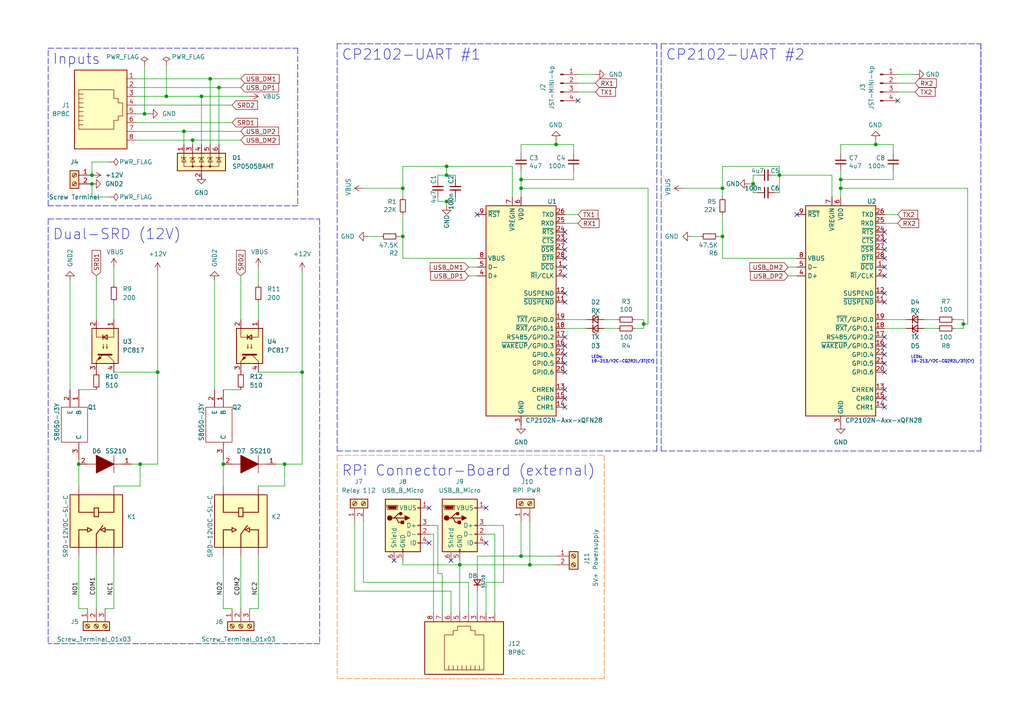
<source format=kicad_sch>
(kicad_sch (version 20211123) (generator eeschema)
  (paper "A4")
  (title_block (title "Venus-OS - RPi Breakout Board - Dual UART + Dual SRD") (date "2022-09-30") (rev "0.1") (company "rocksandclouds.de"))
  (lib_symbols
    (symbol "Connector:8P8C" (pin_names (offset 1.016))
      (property "Reference" "J" (at -5.08 13.97 0))
      (property "Value" "8P8C" (at 2.54 13.97 0))
      (symbol "8P8C_1_1"
        (pin passive line (at 10.16 -7.62 180) (length 2.54) (name "~") (number "1"))
        (pin passive line (at 10.16 -5.08 180) (length 2.54) (name "~") (number "2"))
        (pin passive line (at 10.16 -2.54 180) (length 2.54) (name "~") (number "3"))
        (pin passive line (at 10.16 0 180) (length 2.54) (name "~") (number "4"))
        (pin passive line (at 10.16 2.54 180) (length 2.54) (name "~") (number "5"))
        (pin passive line (at 10.16 5.08 180) (length 2.54) (name "~") (number "6"))
        (pin passive line (at 10.16 7.62 180) (length 2.54) (name "~") (number "7"))
        (pin passive line (at 10.16 10.16 180) (length 2.54) (name "~") (number "8"))
      )
    )
    (symbol "Connector:Conn_01x04_Male" (pin_names (offset 1.016) hide)
      (property "Reference" "J" (at 0 5.08 0))
      (property "Value" "Conn_01x04_Male" (at 0 -7.62 0))
      (symbol "Conn_01x04_Male_1_1"
        (pin passive line (at 5.08 2.54 180) (length 3.81) (name "Pin_1") (number "1"))
        (pin passive line (at 5.08 0 180) (length 3.81) (name "Pin_2") (number "2"))
        (pin passive line (at 5.08 -2.54 180) (length 3.81) (name "Pin_3") (number "3"))
        (pin passive line (at 5.08 -5.08 180) (length 3.81) (name "Pin_4") (number "4"))
      )
    )
    (symbol "Connector:Screw_Terminal_01x02" (pin_names (offset 1.016) hide)
      (property "Reference" "J" (at 0 2.54 0))
      (property "Value" "Screw_Terminal_01x02" (at 0 -5.08 0))
      (symbol "Screw_Terminal_01x02_1_1"
        (pin passive line (at -5.08 0 0) (length 3.81) (name "Pin_1") (number "1"))
        (pin passive line (at -5.08 -2.54 0) (length 3.81) (name "Pin_2") (number "2"))
      )
    )
    (symbol "Connector:Screw_Terminal_01x03" (pin_names (offset 1.016) hide)
      (property "Reference" "J" (at 0 5.08 0))
      (property "Value" "Screw_Terminal_01x03" (at 0 -5.08 0))
      (symbol "Screw_Terminal_01x03_1_1"
        (pin passive line (at -5.08 2.54 0) (length 3.81) (name "Pin_1") (number "1"))
        (pin passive line (at -5.08 0 0) (length 3.81) (name "Pin_2") (number "2"))
        (pin passive line (at -5.08 -2.54 0) (length 3.81) (name "Pin_3") (number "3"))
      )
    )
    (symbol "Connector:USB_B_Micro" (pin_names (offset 1.016))
      (property "Reference" "J" (at -5.08 11.43 0))
      (property "Value" "USB_B_Micro" (at -5.08 8.89 0))
      (symbol "USB_B_Micro_1_1"
        (pin power_out line (at 7.62 5.08 180) (length 2.54) (name "VBUS") (number "1"))
        (pin bidirectional line (at 7.62 -2.54 180) (length 2.54) (name "D-") (number "2"))
        (pin bidirectional line (at 7.62 0 180) (length 2.54) (name "D+") (number "3"))
        (pin passive line (at 7.62 -5.08 180) (length 2.54) (name "ID") (number "4"))
        (pin power_out line (at 0 -10.16 90) (length 2.54) (name "GND") (number "5"))
        (pin passive line (at -2.54 -10.16 90) (length 2.54) (name "Shield") (number "6"))
      )
    )
    (symbol "Device:D_Small" (pin_numbers hide) (pin_names (offset 0.254) hide)
      (property "Reference" "D" (at -1.27 2.032 0))
      (property "Value" "D_Small" (at -3.81 -2.032 0))
      (symbol "D_Small_1_1"
        (pin passive line (at -2.54 0 0) (length 1.778) (name "K") (number "1"))
        (pin passive line (at 2.54 0 180) (length 1.778) (name "A") (number "2"))
      )
    )
    (symbol "Device:LED_Small" (pin_numbers hide) (pin_names (offset 0.254) hide)
      (property "Reference" "D" (at -1.27 3.175 0))
      (property "Value" "LED_Small" (at -4.445 -2.54 0))
      (symbol "LED_Small_1_1"
        (pin passive line (at -2.54 0 0) (length 1.778) (name "K") (number "1"))
        (pin passive line (at 2.54 0 180) (length 1.778) (name "A") (number "2"))
      )
    )
    (symbol "Interface_USB:CP2102N-Axx-xQFN28"
      (property "Reference" "U" (at -8.89 31.75 0))
      (property "Value" "CP2102N-Axx-xQFN28" (at 12.7 31.75 0))
      (symbol "CP2102N-Axx-xQFN28_1_1"
        (pin input line (at 12.7 12.7 180) (length 2.54) (name "~{DCD}") (number "1"))
        (pin no_connect line (at -10.16 -27.94 0) (length 2.54) hide (name "NC") (number "10"))
        (pin output line (at 12.7 2.54 180) (length 2.54) (name "~{SUSPEND}") (number "11"))
        (pin output line (at 12.7 5.08 180) (length 2.54) (name "SUSPEND") (number "12"))
        (pin output line (at 12.7 -22.86 180) (length 2.54) (name "CHREN") (number "13"))
        (pin output line (at 12.7 -27.94 180) (length 2.54) (name "CHR1") (number "14"))
        (pin output line (at 12.7 -25.4 180) (length 2.54) (name "CHR0") (number "15"))
        (pin bidirectional line (at 12.7 -10.16 180) (length 2.54) (name "~{WAKEUP}/GPIO.3") (number "16"))
        (pin bidirectional line (at 12.7 -7.62 180) (length 2.54) (name "RS485/GPIO.2") (number "17"))
        (pin bidirectional line (at 12.7 -5.08 180) (length 2.54) (name "~{RXT}/GPIO.1") (number "18"))
        (pin bidirectional line (at 12.7 -2.54 180) (length 2.54) (name "~{TXT}/GPIO.0") (number "19"))
        (pin bidirectional line (at 12.7 10.16 180) (length 2.54) (name "~{RI}/CLK") (number "2"))
        (pin bidirectional line (at 12.7 -17.78 180) (length 2.54) (name "GPIO.6") (number "20"))
        (pin bidirectional line (at 12.7 -15.24 180) (length 2.54) (name "GPIO.5") (number "21"))
        (pin bidirectional line (at 12.7 -12.7 180) (length 2.54) (name "GPIO.4") (number "22"))
        (pin input line (at 12.7 20.32 180) (length 2.54) (name "~{CTS}") (number "23"))
        (pin output line (at 12.7 22.86 180) (length 2.54) (name "~{RTS}") (number "24"))
        (pin input line (at 12.7 25.4 180) (length 2.54) (name "RXD") (number "25"))
        (pin output line (at 12.7 27.94 180) (length 2.54) (name "TXD") (number "26"))
        (pin input line (at 12.7 17.78 180) (length 2.54) (name "~{DSR}") (number "27"))
        (pin output line (at 12.7 15.24 180) (length 2.54) (name "~{DTR}") (number "28"))
        (pin passive line (at 0 -33.02 90) (length 2.54) hide (name "GND") (number "29"))
        (pin power_in line (at 0 -33.02 90) (length 2.54) (name "GND") (number "3"))
        (pin bidirectional line (at -12.7 10.16 0) (length 2.54) (name "D+") (number "4"))
        (pin bidirectional line (at -12.7 12.7 0) (length 2.54) (name "D-") (number "5"))
        (pin power_in line (at 0 33.02 270) (length 2.54) (name "VDD") (number "6"))
        (pin power_in line (at -2.54 33.02 270) (length 2.54) (name "VREGIN") (number "7"))
        (pin input line (at -12.7 15.24 0) (length 2.54) (name "VBUS") (number "8"))
        (pin input line (at -12.7 27.94 0) (length 2.54) (name "~{RST}") (number "9"))
      )
    )
    (symbol "Isolator:PC817" (pin_names (offset 1.016))
      (property "Reference" "U" (at -5.08 5.08 0))
      (property "Value" "PC817" (at 0 5.08 0))
      (symbol "PC817_1_1"
        (pin passive line (at -7.62 2.54 0) (length 2.54) (name "~") (number "1"))
        (pin passive line (at -7.62 -2.54 0) (length 2.54) (name "~") (number "2"))
        (pin passive line (at 7.62 -2.54 180) (length 2.54) (name "~") (number "3"))
        (pin passive line (at 7.62 2.54 180) (length 2.54) (name "~") (number "4"))
      )
    )
    (symbol "Power_Protection:SP0505BAHT" (pin_names hide)
      (property "Reference" "D" (at 7.62 2.54 0))
      (property "Value" "SP0505BAHT" (at 7.62 0.635 0))
      (symbol "SP0505BAHT_0_0"
        (pin passive line (at 0 -5.08 90) (length 2.54) (name "A") (number "2"))
      )
      (symbol "SP0505BAHT_1_1"
        (pin passive line (at -5.08 5.08 270) (length 2.54) (name "K") (number "1"))
        (pin passive line (at -2.54 5.08 270) (length 2.54) (name "K") (number "3"))
        (pin passive line (at 0 5.08 270) (length 2.54) (name "K") (number "4"))
        (pin passive line (at 2.54 5.08 270) (length 2.54) (name "K") (number "5"))
        (pin passive line (at 5.08 5.08 270) (length 2.54) (name "K") (number "6"))
      )
    )
    (symbol "SRD-12VDC-SL-C:SRD-12VDC-SL-C" (pin_numbers hide) (pin_names (offset 1.016) hide)
      (property "Reference" "K" (at -7.62 8.89 0))
      (property "Value" "SRD-12VDC-SL-C" (at -7.62 -10.16 0))
      (symbol "SRD-12VDC-SL-C_0_0"
        (pin passive line (at -10.16 5.08 0) (length 5.08) (name "~") (number "COIL1"))
        (pin passive line (at -10.16 -5.08 0) (length 5.08) (name "~") (number "COIL2"))
        (pin passive line (at 10.16 0 180) (length 5.08) (name "~") (number "COM"))
        (pin passive line (at 10.16 5.08 180) (length 5.08) (name "~") (number "NC"))
        (pin passive line (at 10.16 -5.08 180) (length 5.08) (name "~") (number "NO"))
      )
    )
    (symbol "SamacSys_Parts:S8050-J3Y" (pin_names (offset 0.762))
      (property "Reference" "Q" (at 16.51 7.62 0))
      (property "Value" "S8050-J3Y" (at 16.51 5.08 0))
      (symbol "S8050-J3Y_0_0"
        (pin passive line (at 0 0 0) (length 5.08) (name "B") (number "1"))
        (pin passive line (at 0 -2.54 0) (length 5.08) (name "E") (number "2"))
        (pin passive line (at 20.32 0 180) (length 5.08) (name "C") (number "3"))
      )
    )
    (symbol "SamacSys_Parts:SS210" (pin_names (offset 0.762))
      (property "Reference" "D" (at 11.43 5.08 0))
      (property "Value" "SS210" (at 11.43 2.54 0))
      (symbol "SS210_0_0"
        (pin passive line (at 0 0 0) (length 2.54) (name "~") (number "1"))
        (pin passive line (at 15.24 0 180) (length 2.54) (name "~") (number "2"))
      )
    )
    (symbol "jlcpcb-basic-capacitor-0402:100nF,16V,X7R "
      (property "Reference" "C" (at 1.71 0.508 0))
      (property "Value" "100nF,16V,X7R " (at 1.71 -1.016 0))
      (symbol "100nF,16V,X7R _0_0"
        (pin passive line (at 0 2.54 270) (length 2.032) (name "~") (number "1"))
        (pin passive line (at 0 -2.54 90) (length 2.032) (name "~") (number "2"))
      )
    )
    (symbol "jlcpcb-basic-capacitor-0402:4.7uF,10V,X5R "
      (property "Reference" "C" (at 1.71 0.508 0))
      (property "Value" "4.7uF,10V,X5R " (at 1.71 -1.016 0))
      (symbol "4.7uF,10V,X5R _0_0"
        (pin passive line (at 0 2.54 270) (length 2.032) (name "~") (number "1"))
        (pin passive line (at 0 -2.54 90) (length 2.032) (name "~") (number "2"))
      )
    )
    (symbol "jlcpcb-basic-resistor-0402:100"
      (property "Reference" "R" (at 0.762 0.508 0))
      (property "Value" "100" (at 0.762 -1.016 0))
      (symbol "100_0_0"
        (pin passive line (at 0 2.54 270) (length 0.762) (name "~") (number "1"))
        (pin passive line (at 0 -2.54 90) (length 0.762) (name "~") (number "2"))
      )
    )
    (symbol "jlcpcb-basic-resistor-0402:200"
      (property "Reference" "R" (at 0.762 0.508 0))
      (property "Value" "200" (at 0.762 -1.016 0))
      (symbol "200_0_0"
        (pin passive line (at 0 2.54 270) (length 0.762) (name "~") (number "1"))
        (pin passive line (at 0 -2.54 90) (length 0.762) (name "~") (number "2"))
      )
    )
    (symbol "jlcpcb-basic-resistor-0402:22k"
      (property "Reference" "R" (at 0.762 0.508 0))
      (property "Value" "22k" (at 0.762 -1.016 0))
      (symbol "22k_0_0"
        (pin passive line (at 0 2.54 270) (length 0.762) (name "~") (number "1"))
        (pin passive line (at 0 -2.54 90) (length 0.762) (name "~") (number "2"))
      )
    )
    (symbol "jlcpcb-basic-resistor-0402:47k"
      (property "Reference" "R" (at 0.762 0.508 0))
      (property "Value" "47k" (at 0.762 -1.016 0))
      (symbol "47k_0_0"
        (pin passive line (at 0 2.54 270) (length 0.762) (name "~") (number "1"))
        (pin passive line (at 0 -2.54 90) (length 0.762) (name "~") (number "2"))
      )
    )
    (symbol "jlcpcb-basic-resistor-0402:510"
      (property "Reference" "R" (at 0.762 0.508 0))
      (property "Value" "510" (at 0.762 -1.016 0))
      (symbol "510_0_0"
        (pin passive line (at 0 2.54 270) (length 0.762) (name "~") (number "1"))
        (pin passive line (at 0 -2.54 90) (length 0.762) (name "~") (number "2"))
      )
    )
    (symbol "power:+12V" (power) (pin_names (offset 0))
      (property "Value" "+12V" (at 0 3.556 0))
      (symbol "+12V_1_1"
        (pin power_in line (at 0 0 90) (length 0) hide (name "+12V") (number "1"))
      )
    )
    (symbol "power:GND" (power) (pin_names (offset 0))
      (property "Value" "GND" (at 0 -3.81 0))
      (symbol "GND_1_1"
        (pin power_in line (at 0 0 270) (length 0) hide (name "GND") (number "1"))
      )
    )
    (symbol "power:GND2" (power) (pin_names (offset 0))
      (property "Value" "GND2" (at 0 -3.81 0))
      (symbol "GND2_1_1"
        (pin power_in line (at 0 0 270) (length 0) hide (name "GND2") (number "1"))
      )
    )
    (symbol "power:PWR_FLAG" (power) (pin_numbers hide) (pin_names (offset 0) hide)
      (property "Value" "PWR_FLAG" (at 0 3.81 0))
      (symbol "PWR_FLAG_0_0"
        (pin power_out line (at 0 0 90) (length 0) (name "pwr") (number "1"))
      )
    )
    (symbol "power:VBUS" (power) (pin_names (offset 0))
      (property "Value" "VBUS" (at 0 3.81 0))
      (symbol "VBUS_1_1"
        (pin power_in line (at 0 0 90) (length 0) hide (name "VBUS") (number "1"))
      )
    )
  )
  (junction (at 82.55 134.62))
  (junction (at 129.54 58.42))
  (junction (at 63.5 25.4))
  (junction (at 41.91 33.02))
  (junction (at 133.35 163.83))
  (junction (at 60.96 22.86))
  (junction (at 26.67 53.34))
  (junction (at 226.06 50.8))
  (junction (at 116.84 54.61))
  (junction (at 58.42 27.94))
  (junction (at 87.63 107.95))
  (junction (at 40.64 134.62))
  (junction (at 45.72 107.95))
  (junction (at 55.88 40.64))
  (junction (at 243.84 54.61))
  (junction (at 64.77 134.62))
  (junction (at 151.13 52.07))
  (junction (at 129.54 48.26))
  (junction (at 153.67 163.83))
  (junction (at 151.13 54.61))
  (junction (at 116.84 68.58))
  (junction (at 186.69 93.98))
  (junction (at 22.86 134.62))
  (junction (at 279.4 93.98))
  (junction (at 161.29 41.91))
  (junction (at 243.84 52.07))
  (junction (at 209.55 54.61))
  (junction (at 129.54 50.8))
  (junction (at 218.44 53.34))
  (junction (at 254 41.91))
  (junction (at 151.13 161.29))
  (junction (at 26.67 50.8))
  (junction (at 209.55 68.58))
  (junction (at 48.26 27.94))
  (junction (at 53.34 38.1))
  (no_connect (at 256.54 87.63))
  (no_connect (at 130.81 162.56))
  (no_connect (at 256.54 80.01))
  (no_connect (at 256.54 113.03))
  (no_connect (at 256.54 74.93))
  (no_connect (at 231.14 62.23))
  (no_connect (at 256.54 69.85))
  (no_connect (at 256.54 100.33))
  (no_connect (at 256.54 72.39))
  (no_connect (at 163.83 102.87))
  (no_connect (at 163.83 113.03))
  (no_connect (at 163.83 100.33))
  (no_connect (at 163.83 105.41))
  (no_connect (at 163.83 107.95))
  (no_connect (at 163.83 115.57))
  (no_connect (at 163.83 118.11))
  (no_connect (at 163.83 97.79))
  (no_connect (at 163.83 85.09))
  (no_connect (at 163.83 72.39))
  (no_connect (at 163.83 77.47))
  (no_connect (at 163.83 74.93))
  (no_connect (at 163.83 87.63))
  (no_connect (at 163.83 67.31))
  (no_connect (at 163.83 69.85))
  (no_connect (at 163.83 80.01))
  (no_connect (at 256.54 118.11))
  (no_connect (at 256.54 102.87))
  (no_connect (at 256.54 115.57))
  (no_connect (at 256.54 85.09))
  (no_connect (at 114.3 162.56))
  (no_connect (at 167.64 29.21))
  (no_connect (at 260.35 29.21))
  (no_connect (at 256.54 105.41))
  (no_connect (at 124.46 147.32))
  (no_connect (at 256.54 67.31))
  (no_connect (at 256.54 77.47))
  (no_connect (at 138.43 62.23))
  (no_connect (at 256.54 107.95))
  (no_connect (at 124.46 157.48))
  (no_connect (at 140.97 157.48))
  (no_connect (at 140.97 147.32))
  (no_connect (at 256.54 97.79))
  (wire (pts (xy 39.37 30.48) (xy 67.31 30.48)))
  (wire (pts (xy 116.84 48.26) (xy 129.54 48.26)))
  (wire (pts (xy 41.91 19.05) (xy 41.91 33.02)))
  (wire (pts (xy 26.67 57.15) (xy 26.67 53.34)))
  (wire (pts (xy 187.96 54.61) (xy 187.96 93.98)))
  (wire (pts (xy 74.93 87.63) (xy 74.93 92.71)))
  (wire (pts (xy 58.42 52.07) (xy 58.42 50.8)))
  (wire (pts (xy 22.86 161.29) (xy 22.86 176.53)))
  (wire (pts (xy 260.35 64.77) (xy 256.54 64.77)))
  (wire (pts (xy 243.84 52.07) (xy 243.84 54.61)))
  (wire (pts (xy 224.79 55.88) (xy 226.06 55.88)))
  (wire (pts (xy 67.31 176.53) (xy 64.77 176.53)))
  (wire (pts (xy 40.64 134.62) (xy 40.64 140.97)))
  (wire (pts (xy 172.72 21.59) (xy 167.64 21.59)))
  (wire (pts (xy 175.26 95.25) (xy 179.07 95.25)))
  (wire (pts (xy 33.02 77.47) (xy 33.02 82.55)))
  (wire (pts (xy 146.05 168.91) (xy 146.05 152.4)))
  (wire (pts (xy 259.08 49.53) (xy 259.08 52.07)))
  (wire (pts (xy 218.44 50.8) (xy 219.71 50.8)))
  (wire (pts (xy 267.97 95.25) (xy 271.78 95.25)))
  (wire (pts (xy 72.39 176.53) (xy 74.93 176.53)))
  (wire (pts (xy 124.46 152.4) (xy 127 152.4)))
  (wire (pts (xy 163.83 92.71) (xy 170.18 92.71)))
  (wire (pts (xy 74.93 107.95) (xy 87.63 107.95)))
  (wire (pts (xy 279.4 93.98) (xy 279.4 95.25)))
  (wire (pts (xy 30.48 176.53) (xy 33.02 176.53)))
  (wire (pts (xy 82.55 134.62) (xy 87.63 134.62)))
  (wire (pts (xy 151.13 41.91) (xy 151.13 44.45)))
  (wire (pts (xy 151.13 52.07) (xy 151.13 54.61)))
  (wire (pts (xy 132.08 50.8) (xy 129.54 50.8)))
  (wire (pts (xy 116.84 54.61) (xy 116.84 57.15)))
  (wire (pts (xy 226.06 48.26) (xy 226.06 50.8)))
  (wire (pts (xy 138.43 177.8) (xy 138.43 171.45)))
  (wire (pts (xy 63.5 25.4) (xy 69.85 25.4)))
  (wire (pts (xy 39.37 33.02) (xy 41.91 33.02)))
  (wire (pts (xy 138.43 77.47) (xy 135.89 77.47)))
  (polyline (pts (xy 175.26 132.08) (xy 175.26 196.85)) (stroke (width 0) (color 255 115 0 1)))
  (wire (pts (xy 259.08 52.07) (xy 243.84 52.07)))
  (wire (pts (xy 132.08 52.07) (xy 132.08 50.8)))
  (wire (pts (xy 151.13 52.07) (xy 151.13 49.53)))
  (wire (pts (xy 132.08 57.15) (xy 132.08 58.42)))
  (wire (pts (xy 151.13 161.29) (xy 151.13 151.13)))
  (wire (pts (xy 153.67 151.13) (xy 153.67 163.83)))
  (wire (pts (xy 167.64 64.77) (xy 163.83 64.77)))
  (polyline (pts (xy 13.97 59.69) (xy 13.97 13.97)))
  (wire (pts (xy 64.77 133.35) (xy 64.77 134.62)))
  (wire (pts (xy 151.13 54.61) (xy 151.13 57.15)))
  (wire (pts (xy 186.69 93.98) (xy 186.69 92.71)))
  (wire (pts (xy 167.64 24.13) (xy 172.72 24.13)))
  (wire (pts (xy 161.29 40.64) (xy 161.29 41.91)))
  (wire (pts (xy 146.05 152.4) (xy 140.97 152.4)))
  (wire (pts (xy 39.37 38.1) (xy 53.34 38.1)))
  (wire (pts (xy 116.84 48.26) (xy 116.84 54.61)))
  (wire (pts (xy 161.29 161.29) (xy 151.13 161.29)))
  (wire (pts (xy 39.37 25.4) (xy 63.5 25.4)))
  (wire (pts (xy 69.85 92.71) (xy 69.85 80.01)))
  (wire (pts (xy 256.54 95.25) (xy 262.89 95.25)))
  (wire (pts (xy 129.54 58.42) (xy 127 58.42)))
  (wire (pts (xy 163.83 95.25) (xy 170.18 95.25)))
  (wire (pts (xy 40.64 140.97) (xy 33.02 140.97)))
  (wire (pts (xy 138.43 161.29) (xy 151.13 161.29)))
  (wire (pts (xy 48.26 19.05) (xy 48.26 27.94)))
  (wire (pts (xy 280.67 93.98) (xy 279.4 93.98)))
  (polyline (pts (xy 97.79 132.08) (xy 175.26 132.08)) (stroke (width 0) (color 255 115 0 1)))
  (wire (pts (xy 153.67 163.83) (xy 161.29 163.83)))
  (wire (pts (xy 115.57 68.58) (xy 116.84 68.58)))
  (wire (pts (xy 280.67 54.61) (xy 280.67 93.98)))
  (wire (pts (xy 166.37 49.53) (xy 166.37 52.07)))
  (wire (pts (xy 209.55 48.26) (xy 209.55 54.61)))
  (wire (pts (xy 128.27 166.37) (xy 128.27 177.8)))
  (wire (pts (xy 259.08 44.45) (xy 259.08 41.91)))
  (wire (pts (xy 116.84 74.93) (xy 138.43 74.93)))
  (polyline (pts (xy 97.79 132.08) (xy 97.79 196.85)) (stroke (width 0) (color 255 115 0 1)))
  (wire (pts (xy 125.73 154.94) (xy 125.73 177.8)))
  (polyline (pts (xy 92.71 186.69) (xy 13.97 186.69)))
  (wire (pts (xy 55.88 40.64) (xy 55.88 41.91)))
  (polyline (pts (xy 97.79 130.81) (xy 190.5 130.81)))
  (wire (pts (xy 33.02 87.63) (xy 33.02 92.71)))
  (wire (pts (xy 143.51 177.8) (xy 143.51 154.94)))
  (wire (pts (xy 133.35 162.56) (xy 133.35 163.83)))
  (wire (pts (xy 161.29 41.91) (xy 151.13 41.91)))
  (wire (pts (xy 124.46 154.94) (xy 125.73 154.94)))
  (wire (pts (xy 39.37 22.86) (xy 60.96 22.86)))
  (wire (pts (xy 209.55 68.58) (xy 209.55 74.93)))
  (wire (pts (xy 135.89 168.91) (xy 105.41 168.91)))
  (polyline (pts (xy 191.77 12.7) (xy 284.48 12.7)))
  (polyline (pts (xy 284.48 130.81) (xy 284.48 12.7)))
  (wire (pts (xy 39.37 35.56) (xy 67.31 35.56)))
  (wire (pts (xy 60.96 22.86) (xy 60.96 41.91)))
  (wire (pts (xy 129.54 48.26) (xy 129.54 50.8)))
  (wire (pts (xy 22.86 134.62) (xy 22.86 140.97)))
  (wire (pts (xy 82.55 140.97) (xy 74.93 140.97)))
  (wire (pts (xy 102.87 171.45) (xy 102.87 151.13)))
  (wire (pts (xy 198.12 54.61) (xy 209.55 54.61)))
  (wire (pts (xy 25.4 176.53) (xy 22.86 176.53)))
  (wire (pts (xy 27.94 92.71) (xy 27.94 80.01)))
  (wire (pts (xy 48.26 27.94) (xy 58.42 27.94)))
  (polyline (pts (xy 13.97 63.5) (xy 92.71 63.5)))
  (wire (pts (xy 53.34 38.1) (xy 53.34 41.91)))
  (polyline (pts (xy 86.36 59.69) (xy 13.97 59.69)))
  (wire (pts (xy 133.35 163.83) (xy 153.67 163.83)))
  (wire (pts (xy 148.59 48.26) (xy 148.59 57.15)))
  (wire (pts (xy 200.66 68.58) (xy 203.2 68.58)))
  (wire (pts (xy 33.02 176.53) (xy 33.02 161.29)))
  (polyline (pts (xy 92.71 63.5) (xy 92.71 186.69)))
  (wire (pts (xy 219.71 55.88) (xy 218.44 55.88)))
  (wire (pts (xy 184.15 92.71) (xy 186.69 92.71)))
  (wire (pts (xy 186.69 93.98) (xy 186.69 95.25)))
  (wire (pts (xy 151.13 54.61) (xy 187.96 54.61)))
  (wire (pts (xy 69.85 161.29) (xy 69.85 176.53)))
  (wire (pts (xy 184.15 95.25) (xy 186.69 95.25)))
  (wire (pts (xy 260.35 21.59) (xy 265.43 21.59)))
  (wire (pts (xy 38.1 134.62) (xy 40.64 134.62)))
  (wire (pts (xy 62.23 81.28) (xy 62.23 113.03)))
  (wire (pts (xy 166.37 52.07) (xy 151.13 52.07)))
  (wire (pts (xy 279.4 93.98) (xy 279.4 92.71)))
  (polyline (pts (xy 13.97 13.97) (xy 86.36 13.97)))
  (wire (pts (xy 226.06 50.8) (xy 241.3 50.8)))
  (wire (pts (xy 209.55 62.23) (xy 209.55 68.58)))
  (wire (pts (xy 74.93 77.47) (xy 74.93 82.55)))
  (wire (pts (xy 276.86 95.25) (xy 279.4 95.25)))
  (wire (pts (xy 209.55 48.26) (xy 226.06 48.26)))
  (polyline (pts (xy 190.5 130.81) (xy 190.5 12.7)))
  (wire (pts (xy 116.84 68.58) (xy 116.84 74.93)))
  (wire (pts (xy 135.89 80.01) (xy 138.43 80.01)))
  (wire (pts (xy 228.6 80.01) (xy 231.14 80.01)))
  (wire (pts (xy 20.32 81.28) (xy 20.32 113.03)))
  (wire (pts (xy 64.77 161.29) (xy 64.77 176.53)))
  (polyline (pts (xy 97.79 12.7) (xy 97.79 130.81)))
  (wire (pts (xy 276.86 92.71) (xy 279.4 92.71)))
  (wire (pts (xy 260.35 26.67) (xy 265.43 26.67)))
  (wire (pts (xy 116.84 163.83) (xy 133.35 163.83)))
  (wire (pts (xy 64.77 134.62) (xy 64.77 140.97)))
  (wire (pts (xy 133.35 163.83) (xy 133.35 177.8)))
  (wire (pts (xy 27.94 161.29) (xy 27.94 176.53)))
  (wire (pts (xy 106.68 68.58) (xy 110.49 68.58)))
  (wire (pts (xy 31.75 57.15) (xy 26.67 57.15)))
  (wire (pts (xy 132.08 58.42) (xy 129.54 58.42)))
  (wire (pts (xy 218.44 53.34) (xy 218.44 50.8)))
  (wire (pts (xy 116.84 62.23) (xy 116.84 68.58)))
  (wire (pts (xy 80.01 134.62) (xy 82.55 134.62)))
  (wire (pts (xy 243.84 52.07) (xy 243.84 49.53)))
  (wire (pts (xy 26.67 46.99) (xy 26.67 50.8)))
  (wire (pts (xy 140.97 177.8) (xy 140.97 168.91)))
  (wire (pts (xy 254 40.64) (xy 254 41.91)))
  (wire (pts (xy 82.55 134.62) (xy 82.55 140.97)))
  (wire (pts (xy 209.55 54.61) (xy 209.55 57.15)))
  (wire (pts (xy 226.06 55.88) (xy 226.06 50.8)))
  (wire (pts (xy 127 58.42) (xy 127 57.15)))
  (wire (pts (xy 260.35 24.13) (xy 265.43 24.13)))
  (wire (pts (xy 58.42 27.94) (xy 58.42 41.91)))
  (wire (pts (xy 256.54 92.71) (xy 262.89 92.71)))
  (wire (pts (xy 167.64 26.67) (xy 172.72 26.67)))
  (polyline (pts (xy 13.97 63.5) (xy 13.97 186.69)))
  (wire (pts (xy 41.91 33.02) (xy 43.18 33.02)))
  (wire (pts (xy 127 52.07) (xy 127 50.8)))
  (wire (pts (xy 241.3 50.8) (xy 241.3 57.15)))
  (wire (pts (xy 175.26 92.71) (xy 179.07 92.71)))
  (polyline (pts (xy 284.48 12.7) (xy 284.48 40.64)))
  (wire (pts (xy 105.41 168.91) (xy 105.41 151.13)))
  (wire (pts (xy 166.37 44.45) (xy 166.37 41.91)))
  (wire (pts (xy 217.17 53.34) (xy 218.44 53.34)))
  (wire (pts (xy 140.97 168.91) (xy 146.05 168.91)))
  (wire (pts (xy 58.42 27.94) (xy 72.39 27.94)))
  (polyline (pts (xy 86.36 13.97) (xy 86.36 59.69)))
  (wire (pts (xy 45.72 107.95) (xy 45.72 134.62)))
  (wire (pts (xy 209.55 74.93) (xy 231.14 74.93)))
  (wire (pts (xy 224.79 50.8) (xy 226.06 50.8)))
  (wire (pts (xy 127 166.37) (xy 127 152.4)))
  (wire (pts (xy 129.54 50.8) (xy 127 50.8)))
  (wire (pts (xy 74.93 176.53) (xy 74.93 161.29)))
  (wire (pts (xy 63.5 25.4) (xy 63.5 41.91)))
  (wire (pts (xy 33.02 107.95) (xy 45.72 107.95)))
  (wire (pts (xy 39.37 27.94) (xy 48.26 27.94)))
  (wire (pts (xy 128.27 166.37) (xy 127 166.37)))
  (wire (pts (xy 55.88 40.64) (xy 69.85 40.64)))
  (wire (pts (xy 166.37 41.91) (xy 161.29 41.91)))
  (wire (pts (xy 22.86 113.03) (xy 27.94 113.03)))
  (wire (pts (xy 260.35 62.23) (xy 256.54 62.23)))
  (wire (pts (xy 87.63 107.95) (xy 87.63 134.62)))
  (polyline (pts (xy 175.26 196.85) (xy 97.79 196.85)) (stroke (width 0) (color 255 115 0 1)))
  (wire (pts (xy 254 41.91) (xy 243.84 41.91)))
  (wire (pts (xy 87.63 78.74) (xy 87.63 107.95)))
  (wire (pts (xy 187.96 93.98) (xy 186.69 93.98)))
  (polyline (pts (xy 190.5 12.7) (xy 97.79 12.7)))
  (wire (pts (xy 60.96 22.86) (xy 69.85 22.86)))
  (wire (pts (xy 31.75 46.99) (xy 26.67 46.99)))
  (wire (pts (xy 208.28 68.58) (xy 209.55 68.58)))
  (wire (pts (xy 143.51 154.94) (xy 140.97 154.94)))
  (wire (pts (xy 53.34 38.1) (xy 69.85 38.1)))
  (wire (pts (xy 243.84 54.61) (xy 280.67 54.61)))
  (wire (pts (xy 116.84 162.56) (xy 116.84 163.83)))
  (wire (pts (xy 45.72 78.74) (xy 45.72 107.95)))
  (wire (pts (xy 259.08 41.91) (xy 254 41.91)))
  (wire (pts (xy 22.86 133.35) (xy 22.86 134.62)))
  (wire (pts (xy 267.97 92.71) (xy 271.78 92.71)))
  (wire (pts (xy 64.77 113.03) (xy 69.85 113.03)))
  (wire (pts (xy 138.43 166.37) (xy 138.43 161.29)))
  (wire (pts (xy 102.87 171.45) (xy 130.81 171.45)))
  (wire (pts (xy 105.41 54.61) (xy 116.84 54.61)))
  (wire (pts (xy 243.84 41.91) (xy 243.84 44.45)))
  (wire (pts (xy 167.64 62.23) (xy 163.83 62.23)))
  (polyline (pts (xy 191.77 12.7) (xy 191.77 130.81)))
  (wire (pts (xy 231.14 77.47) (xy 228.6 77.47)))
  (wire (pts (xy 39.37 40.64) (xy 55.88 40.64)))
  (wire (pts (xy 129.54 48.26) (xy 148.59 48.26)))
  (wire (pts (xy 135.89 168.91) (xy 135.89 177.8)))
  (wire (pts (xy 40.64 134.62) (xy 45.72 134.62)))
  (polyline (pts (xy 191.77 130.81) (xy 284.48 130.81)))
  (wire (pts (xy 130.81 171.45) (xy 130.81 177.8)))
  (wire (pts (xy 129.54 59.69) (xy 129.54 58.42)))
  (wire (pts (xy 243.84 54.61) (xy 243.84 57.15)))
  (wire (pts (xy 218.44 55.88) (xy 218.44 53.34)))
  (text "LEDs:\n19-213/Y2C-CQ2R2L/3T(CY)" (at 171.45 105.41 0) (effects (font (size 0.8 0.8)) (justify left bottom)))
  (text "CP2102-UART #1" (at 99.06 17.78 0) (effects (font (size 3 3)) (justify left bottom)))
  (text "RPi Connector-Board (external)" (at 99.06 138.43 0) (effects (font (size 3 3)) (justify left bottom)))
  (text "CP2102-UART #2" (at 193.04 17.78 0) (effects (font (size 3 3)) (justify left bottom)))
  (text "LEDs:\n19-213/Y2C-CQ2R2L/3T(CY)" (at 264.16 105.41 0) (effects (font (size 0.8 0.8)) (justify left bottom)))
  (text "Inputs" (at 15.24 19.05 0) (effects (font (size 3 3)) (justify left bottom)))
  (text "Dual-SRD (12V)" (at 15.24 69.85 0) (effects (font (size 3 3)) (justify left bottom)))
  (label "NO1" (at 22.86 172.72 90))
  (label "NC1" (at 33.02 172.72 90))
  (label "NC2" (at 74.93 172.72 90))
  (label "COM2" (at 69.85 172.72 90))
  (label "COM1" (at 27.94 172.72 90))
  (label "NO2" (at 64.77 172.72 90))
  (global_label "RX1" (shape input) (at 172.72 24.13 0) (property "Intersheet References" "${INTERSHEET_REFS}" (effects hide)))
  (global_label "TX2" (shape input) (at 265.43 26.67 0) (property "Intersheet References" "${INTERSHEET_REFS}" (effects hide)))
  (global_label "USB_DM1" (shape input) (at 135.89 77.47 180) (property "Intersheet References" "${INTERSHEET_REFS}" (effects hide)))
  (global_label "TX2" (shape input) (at 260.35 62.23 0) (property "Intersheet References" "${INTERSHEET_REFS}" (effects hide)))
  (global_label "RX2" (shape input) (at 260.35 64.77 0) (property "Intersheet References" "${INTERSHEET_REFS}" (effects hide)))
  (global_label "USB_DM1" (shape input) (at 69.85 22.86 0) (property "Intersheet References" "${INTERSHEET_REFS}" (effects hide)))
  (global_label "USB_DP1" (shape input) (at 69.85 25.4 0) (property "Intersheet References" "${INTERSHEET_REFS}" (effects hide)))
  (global_label "USB_DP2" (shape input) (at 69.85 38.1 0) (property "Intersheet References" "${INTERSHEET_REFS}" (effects hide)))
  (global_label "RX2" (shape input) (at 265.43 24.13 0) (property "Intersheet References" "${INTERSHEET_REFS}" (effects hide)))
  (global_label "USB_DM2" (shape input) (at 69.85 40.64 0) (property "Intersheet References" "${INTERSHEET_REFS}" (effects hide)))
  (global_label "SRD2" (shape input) (at 67.31 30.48 0) (property "Intersheet References" "${INTERSHEET_REFS}" (effects hide)))
  (global_label "USB_DP2" (shape input) (at 228.6 80.01 180) (property "Intersheet References" "${INTERSHEET_REFS}" (effects hide)))
  (global_label "TX1" (shape input) (at 167.64 62.23 0) (property "Intersheet References" "${INTERSHEET_REFS}" (effects hide)))
  (global_label "TX1" (shape input) (at 172.72 26.67 0) (property "Intersheet References" "${INTERSHEET_REFS}" (effects hide)))
  (global_label "SRD1" (shape input) (at 27.94 80.01 90) (property "Intersheet References" "${INTERSHEET_REFS}" (effects hide)))
  (global_label "RX1" (shape input) (at 167.64 64.77 0) (property "Intersheet References" "${INTERSHEET_REFS}" (effects hide)))
  (global_label "SRD2" (shape input) (at 69.85 80.01 90) (property "Intersheet References" "${INTERSHEET_REFS}" (effects hide)))
  (global_label "USB_DP1" (shape input) (at 135.89 80.01 180) (property "Intersheet References" "${INTERSHEET_REFS}" (effects hide)))
  (global_label "USB_DM2" (shape input) (at 228.6 77.47 180) (property "Intersheet References" "${INTERSHEET_REFS}" (effects hide)))
  (global_label "SRD1" (shape input) (at 67.31 35.56 0) (property "Intersheet References" "${INTERSHEET_REFS}" (effects hide)))
  (symbol (lib_id "power:VBUS") (at 105.41 54.61 90) (unit 1)
    (property "Reference" "#PWR03" (effects hide))
    (property "Value" "VBUS" (at 101.0158 54.229 0))
  )
  (symbol (lib_id "jlcpcb-basic-capacitor-0402:4.7uF,10V,X5R ") (at 127 54.61 0) (unit 1)
    (property "Reference" "C1" (at 125.73 52.07 90))
    (property "Value" "4u7" (at 125.73 57.15 90))
    (property "Footprint" "Capacitor_SMD:C_0402_1005Metric" (effects hide))
    (property "Datasheet" "https://datasheet.lcsc.com/lcsc/1810191211_Samsung-Electro-Mechanics-CL05A475MP5NRNC_C23733.pdf" (effects hide))
    (property "LCSC" "C23733" (effects hide))
    (property "MFG" "Samsung Electro-Mechanics" (effects hide))
    (property "MFGPN" "CL05A475MP5NRNC" (effects hide))
  )
  (symbol (lib_id "jlcpcb-basic-capacitor-0402:100nF,16V,X7R ") (at 132.08 54.61 0) (unit 1)
    (property "Reference" "C2" (at 130.81 52.07 90))
    (property "Value" "100n" (at 130.81 58.42 90))
    (property "Footprint" "Capacitor_SMD:C_0402_1005Metric" (effects hide))
    (property "Datasheet" "https://datasheet.lcsc.com/lcsc/1810191219_Samsung-Electro-Mechanics-CL05B104KO5NNNC_C1525.pdf" (effects hide))
    (property "LCSC" "C1525" (effects hide))
    (property "MFG" "Samsung Electro-Mechanics" (effects hide))
    (property "MFGPN" "CL05B104KO5NNNC" (effects hide))
  )
  (symbol (lib_id "power:GND") (at 129.54 59.69 0) (unit 1)
    (property "Reference" "#PWR04" (effects hide))
    (property "Value" "GND" (at 129.54 62.23 90) (effects (justify right)))
  )
  (symbol (lib_id "jlcpcb-basic-capacitor-0402:4.7uF,10V,X5R ") (at 151.13 46.99 0) (unit 1)
    (property "Reference" "C3" (at 153.4668 45.8216 0) (effects (justify left)))
    (property "Value" "4u7" (at 153.4668 48.133 0) (effects (justify left)))
    (property "Footprint" "Capacitor_SMD:C_0402_1005Metric" (effects hide))
    (property "Datasheet" "https://datasheet.lcsc.com/lcsc/1810191211_Samsung-Electro-Mechanics-CL05A475MP5NRNC_C23733.pdf" (effects hide))
    (property "LCSC" "C23733" (effects hide))
    (property "MFG" "Samsung Electro-Mechanics" (effects hide))
    (property "MFGPN" "CL05A475MP5NRNC" (effects hide))
  )
  (symbol (lib_id "jlcpcb-basic-capacitor-0402:100nF,16V,X7R ") (at 166.37 46.99 0) (mirror x) (unit 1)
    (property "Reference" "C4" (at 164.0332 45.8216 0) (effects (justify right)))
    (property "Value" "100n" (at 164.0332 48.133 0) (effects (justify right)))
    (property "Footprint" "Capacitor_SMD:C_0402_1005Metric" (effects hide))
    (property "Datasheet" "https://datasheet.lcsc.com/lcsc/1810191219_Samsung-Electro-Mechanics-CL05B104KO5NNNC_C1525.pdf" (effects hide))
    (property "LCSC" "C1525" (effects hide))
    (property "MFG" "Samsung Electro-Mechanics" (effects hide))
    (property "MFGPN" "CL05B104KO5NNNC" (effects hide))
  )
  (symbol (lib_id "power:GND") (at 161.29 40.64 180) (unit 1)
    (property "Reference" "#PWR06" (effects hide))
    (property "Value" "GND" (at 161.163 36.2458 0))
  )
  (symbol (lib_id "jlcpcb-basic-resistor-0402:47k") (at 113.03 68.58 270) (mirror x) (unit 1)
    (property "Reference" "R2" (at 115.57 73.4314 90) (effects (justify right)))
    (property "Value" "47.5K" (at 115.57 71.12 90) (effects (justify right)))
    (property "Footprint" "Resistor_SMD:R_0402_1005Metric" (effects hide))
    (property "Datasheet" "https://datasheet.lcsc.com/lcsc/2110260030_UNI-ROYAL-Uniroyal-Elec-0402WGF4702TCE_C25792.pdf" (effects hide))
    (property "LCSC" "C25792" (effects hide))
    (property "MFG" "UNI-ROYAL(Uniroyal Elec)" (effects hide))
    (property "MFGPN" "0402WGF4702TCE" (effects hide))
  )
  (symbol (lib_id "jlcpcb-basic-resistor-0402:22k") (at 116.84 59.69 0) (mirror x) (unit 1)
    (property "Reference" "R1" (at 115.0874 58.5216 0) (effects (justify right)))
    (property "Value" "22K" (at 115.0874 60.833 0) (effects (justify right)))
    (property "Footprint" "Resistor_SMD:R_0402_1005Metric" (effects hide))
    (property "Datasheet" "https://datasheet.lcsc.com/lcsc/2110260030_UNI-ROYAL-Uniroyal-Elec-0402WGF2202TCE_C25768.pdf" (effects hide))
    (property "LCSC" "C25768" (effects hide))
    (property "MFG" "UNI-ROYAL(Uniroyal Elec)" (effects hide))
    (property "MFGPN" "0402WGF2202TCE" (effects hide))
  )
  (symbol (lib_id "Device:LED_Small") (at 172.72 95.25 0) (mirror x) (unit 1)
    (property "Reference" "D3" (at 172.72 100.33 0))
    (property "Value" "TX" (at 172.72 97.79 0))
    (property "Footprint" "SamacSys_Parts:LEDC1608X60N" (effects hide))
  )
  (symbol (lib_id "Device:LED_Small") (at 172.72 92.71 0) (unit 1)
    (property "Reference" "D2" (at 172.72 87.63 0))
    (property "Value" "RX" (at 172.72 90.17 0))
    (property "Footprint" "SamacSys_Parts:LEDC1608X60N" (effects hide))
  )
  (symbol (lib_id "jlcpcb-basic-resistor-0402:100") (at 181.61 92.71 270) (unit 1)
    (property "Reference" "R3" (at 181.61 87.4522 90))
    (property "Value" "100" (at 181.61 89.7636 90))
    (property "Footprint" "Resistor_SMD:R_0402_1005Metric" (effects hide))
    (property "Datasheet" "https://datasheet.lcsc.com/lcsc/2110252230_UNI-ROYAL-Uniroyal-Elec-0402WGF1000TCE_C25076.pdf" (effects hide))
    (property "LCSC" "C25076" (effects hide))
    (property "MFG" "UNI-ROYAL(Uniroyal Elec)" (effects hide))
    (property "MFGPN" "0402WGF1000TCE" (effects hide))
  )
  (symbol (lib_id "jlcpcb-basic-resistor-0402:100") (at 181.61 95.25 90) (unit 1)
    (property "Reference" "R4" (at 181.61 100.33 90))
    (property "Value" "100" (at 181.61 97.79 90))
    (property "Footprint" "Resistor_SMD:R_0402_1005Metric" (effects hide))
    (property "Datasheet" "https://datasheet.lcsc.com/lcsc/2110252230_UNI-ROYAL-Uniroyal-Elec-0402WGF1000TCE_C25076.pdf" (effects hide))
    (property "LCSC" "C25076" (effects hide))
    (property "MFG" "UNI-ROYAL(Uniroyal Elec)" (effects hide))
    (property "MFGPN" "0402WGF1000TCE" (effects hide))
  )
  (symbol (lib_id "power:VBUS") (at 72.39 27.94 270) (unit 1)
    (property "Reference" "#PWR02" (effects hide))
    (property "Value" "VBUS" (at 76.2 27.94 90) (effects (justify left)))
  )
  (symbol (lib_id "power:GND") (at 172.72 21.59 90) (unit 1)
    (property "Reference" "#PWR0102" (effects hide))
    (property "Value" "GND" (at 176.53 21.59 90) (effects (justify right)))
  )
  (symbol (lib_id "Isolator:PC817") (at 30.48 100.33 270) (unit 1)
    (property "Reference" "U3" (at 35.56 99.0599 90) (effects (justify left)))
    (property "Value" "PC817" (at 35.56 101.5999 90) (effects (justify left)))
    (property "Footprint" "Package_DIP:DIP-4_W7.62mm" (effects hide))
    (property "Datasheet" "http://www.soselectronic.cz/a_info/resource/d/pc817.pdf" (effects hide))
  )
  (symbol (lib_id "Isolator:PC817") (at 72.39 100.33 270) (unit 1)
    (property "Reference" "U4" (at 77.47 99.0599 90) (effects (justify left)))
    (property "Value" "PC817" (at 77.47 101.5999 90) (effects (justify left)))
    (property "Footprint" "Package_DIP:DIP-4_W7.62mm" (effects hide))
    (property "Datasheet" "http://www.soselectronic.cz/a_info/resource/d/pc817.pdf" (effects hide))
  )
  (symbol (lib_id "jlcpcb-basic-capacitor-0402:100nF,16V,X7R ") (at 259.08 46.99 0) (mirror x) (unit 1)
    (property "Reference" "C8" (at 256.7432 45.8216 0) (effects (justify right)))
    (property "Value" "100n" (at 256.7432 48.133 0) (effects (justify right)))
    (property "Footprint" "Capacitor_SMD:C_0402_1005Metric" (effects hide))
    (property "Datasheet" "https://datasheet.lcsc.com/lcsc/1810191219_Samsung-Electro-Mechanics-CL05B104KO5NNNC_C1525.pdf" (effects hide))
    (property "LCSC" "C1525" (effects hide))
    (property "MFG" "Samsung Electro-Mechanics" (effects hide))
    (property "MFGPN" "CL05B104KO5NNNC" (effects hide))
  )
  (symbol (lib_id "jlcpcb-basic-resistor-0402:100") (at 274.32 92.71 270) (unit 1)
    (property "Reference" "R7" (at 274.32 87.4522 90))
    (property "Value" "100" (at 274.32 89.7636 90))
    (property "Footprint" "Resistor_SMD:R_0402_1005Metric" (effects hide))
    (property "Datasheet" "https://datasheet.lcsc.com/lcsc/2110252230_UNI-ROYAL-Uniroyal-Elec-0402WGF1000TCE_C25076.pdf" (effects hide))
    (property "LCSC" "C25076" (effects hide))
    (property "MFG" "UNI-ROYAL(Uniroyal Elec)" (effects hide))
    (property "MFGPN" "0402WGF1000TCE" (effects hide))
  )
  (symbol (lib_id "jlcpcb-basic-resistor-0402:200") (at 74.93 85.09 0) (unit 1)
    (property "Reference" "R11" (at 77.47 83.8199 0) (effects (justify left)))
    (property "Value" "200" (at 77.47 86.3599 0) (effects (justify left)))
    (property "Footprint" "Resistor_SMD:R_0402_1005Metric" (effects hide))
    (property "Datasheet" "https://datasheet.lcsc.com/lcsc/2110252230_UNI-ROYAL-Uniroyal-Elec-0402WGF2000TCE_C25087.pdf" (effects hide))
    (property "LCSC" "C25087" (effects hide))
    (property "MFG" "UNI-ROYAL(Uniroyal Elec)" (effects hide))
    (property "MFGPN" "0402WGF2000TCE" (effects hide))
  )
  (symbol (lib_id "Interface_USB:CP2102N-Axx-xQFN28") (at 243.84 90.17 0) (unit 1)
    (property "Reference" "U2" (at 251.46 58.42 0) (effects (justify left)))
    (property "Value" "CP2102N-Axx-xQFN28" (at 245.11 121.92 0) (effects (justify left)))
    (property "Footprint" "Package_DFN_QFN:QFN-28-1EP_5x5mm_P0.5mm_EP3.35x3.35mm" (effects hide))
    (property "Datasheet" "https://www.silabs.com/documents/public/data-sheets/cp2102n-datasheet.pdf" (effects hide))
  )
  (symbol (lib_id "SamacSys_Parts:SS210") (at 38.1 134.62 180) (unit 1)
    (property "Reference" "D6" (at 26.67 130.81 0) (effects (justify right)))
    (property "Value" "SS210" (at 30.48 130.81 0) (effects (justify right)))
    (property "Footprint" "SamacSys_Parts:DIONM5026X262N" (effects hide))
    (property "Datasheet" "https://datasheet.lcsc.com/szlcsc/DIYI-Elec-Tech-SS210_C85657.pdf" (effects hide))
    (property "Description" "Schottky Barrier Diodes (SBD) SMA(DO-214AC) RoHS" (effects hide))
    (property "Height" "2.62" (effects hide))
    (property "Manufacturer_Name" "DIYI Elec Tech" (effects hide))
    (property "Manufacturer_Part_Number" "SS210" (effects hide))
  )
  (symbol (lib_id "power:GND") (at 58.42 50.8 0) (unit 1)
    (property "Reference" "#PWR0106" (effects hide))
    (property "Value" "GND" (at 58.42 55.88 0))
  )
  (symbol (lib_id "Connector:Screw_Terminal_01x03") (at 27.94 181.61 90) (mirror x) (unit 1)
    (property "Reference" "J5" (at 22.86 180.3399 90) (effects (justify left)))
    (property "Value" "Screw_Terminal_01x03" (at 38.1 185.42 90) (effects (justify left)))
    (property "Footprint" "TerminalBlock_Phoenix:TerminalBlock_Phoenix_MKDS-1,5-3-5.08_1x03_P5.08mm_Horizontal" (effects hide))
  )
  (symbol (lib_id "power:+12V") (at 26.67 50.8 270) (unit 1)
    (property "Reference" "#PWR0112" (effects hide))
    (property "Value" "+12V" (at 30.48 50.7999 90) (effects (justify left)))
  )
  (symbol (lib_id "jlcpcb-basic-resistor-0402:100") (at 274.32 95.25 90) (unit 1)
    (property "Reference" "R8" (at 274.32 100.33 90))
    (property "Value" "100" (at 274.32 97.79 90))
    (property "Footprint" "Resistor_SMD:R_0402_1005Metric" (effects hide))
    (property "Datasheet" "https://datasheet.lcsc.com/lcsc/2110252230_UNI-ROYAL-Uniroyal-Elec-0402WGF1000TCE_C25076.pdf" (effects hide))
    (property "LCSC" "C25076" (effects hide))
    (property "MFG" "UNI-ROYAL(Uniroyal Elec)" (effects hide))
    (property "MFGPN" "0402WGF1000TCE" (effects hide))
  )
  (symbol (lib_id "Connector:Screw_Terminal_01x02") (at 151.13 146.05 90) (unit 1)
    (property "Reference" "J10" (at 151.13 139.7 90) (effects (justify right)))
    (property "Value" "RPi PWR" (at 148.59 142.24 90) (effects (justify right)))
    (property "Footprint" "TerminalBlock_Phoenix:TerminalBlock_Phoenix_MKDS-1,5-2-5.08_1x02_P5.08mm_Horizontal" (effects hide))
  )
  (symbol (lib_id "power:VBUS") (at 33.02 77.47 0) (unit 1)
    (property "Reference" "#PWR0115" (effects hide))
    (property "Value" "VBUS" (at 33.401 73.0758 0))
  )
  (symbol (lib_id "power:GND2") (at 62.23 81.28 180) (unit 1)
    (property "Reference" "#PWR0117" (effects hide))
    (property "Value" "GND2" (at 62.23 77.47 90) (effects (justify right)))
  )
  (symbol (lib_id "Device:LED_Small") (at 265.43 95.25 0) (mirror x) (unit 1)
    (property "Reference" "D5" (at 265.43 100.33 0))
    (property "Value" "TX" (at 265.43 97.79 0))
    (property "Footprint" "SamacSys_Parts:LEDC1608X60N" (effects hide))
  )
  (symbol (lib_id "Device:LED_Small") (at 265.43 92.71 0) (unit 1)
    (property "Reference" "D4" (at 265.43 87.63 0))
    (property "Value" "RX" (at 265.43 90.17 0))
    (property "Footprint" "SamacSys_Parts:LEDC1608X60N" (effects hide))
  )
  (symbol (lib_id "power:+12V") (at 45.72 78.74 0) (unit 1)
    (property "Reference" "#PWR0116" (effects hide))
    (property "Value" "+12V" (at 45.72 73.66 0))
  )
  (symbol (lib_id "jlcpcb-basic-capacitor-0402:4.7uF,10V,X5R ") (at 222.25 50.8 270) (unit 1)
    (property "Reference" "C5" (at 224.79 49.53 90))
    (property "Value" "4u7" (at 219.71 49.53 90))
    (property "Footprint" "Capacitor_SMD:C_0402_1005Metric" (effects hide))
    (property "Datasheet" "https://datasheet.lcsc.com/lcsc/1810191211_Samsung-Electro-Mechanics-CL05A475MP5NRNC_C23733.pdf" (effects hide))
    (property "LCSC" "C23733" (effects hide))
    (property "MFG" "Samsung Electro-Mechanics" (effects hide))
    (property "MFGPN" "CL05A475MP5NRNC" (effects hide))
  )
  (symbol (lib_id "jlcpcb-basic-capacitor-0402:4.7uF,10V,X5R ") (at 243.84 46.99 0) (unit 1)
    (property "Reference" "C7" (at 246.1768 45.8216 0) (effects (justify left)))
    (property "Value" "4u7" (at 246.1768 48.133 0) (effects (justify left)))
    (property "Footprint" "Capacitor_SMD:C_0402_1005Metric" (effects hide))
    (property "Datasheet" "https://datasheet.lcsc.com/lcsc/1810191211_Samsung-Electro-Mechanics-CL05A475MP5NRNC_C23733.pdf" (effects hide))
    (property "LCSC" "C23733" (effects hide))
    (property "MFG" "Samsung Electro-Mechanics" (effects hide))
    (property "MFGPN" "CL05A475MP5NRNC" (effects hide))
  )
  (symbol (lib_id "power:VBUS") (at 198.12 54.61 90) (unit 1)
    (property "Reference" "#PWR0111" (effects hide))
    (property "Value" "VBUS" (at 193.7258 54.229 0))
  )
  (symbol (lib_id "jlcpcb-basic-resistor-0402:200") (at 33.02 85.09 0) (unit 1)
    (property "Reference" "R9" (at 35.56 83.8199 0) (effects (justify left)))
    (property "Value" "200" (at 35.56 86.3599 0) (effects (justify left)))
    (property "Footprint" "Resistor_SMD:R_0402_1005Metric" (effects hide))
    (property "Datasheet" "https://datasheet.lcsc.com/lcsc/2110252230_UNI-ROYAL-Uniroyal-Elec-0402WGF2000TCE_C25087.pdf" (effects hide))
    (property "LCSC" "C25087" (effects hide))
    (property "MFG" "UNI-ROYAL(Uniroyal Elec)" (effects hide))
    (property "MFGPN" "0402WGF2000TCE" (effects hide))
  )
  (symbol (lib_id "jlcpcb-basic-resistor-0402:510") (at 69.85 110.49 0) (unit 1)
    (property "Reference" "R12" (at 72.39 109.2199 0) (effects (justify left)))
    (property "Value" "510" (at 72.39 111.7599 0) (effects (justify left)))
    (property "Footprint" "Resistor_SMD:R_0402_1005Metric" (effects hide))
    (property "Datasheet" "https://datasheet.lcsc.com/lcsc/2110252230_UNI-ROYAL-Uniroyal-Elec-0402WGF5100TCE_C25123.pdf" (effects hide))
    (property "LCSC" "C25123" (effects hide))
    (property "MFG" "UNI-ROYAL(Uniroyal Elec)" (effects hide))
    (property "MFGPN" "0402WGF5100TCE" (effects hide))
  )
  (symbol (lib_id "Power_Protection:SP0505BAHT") (at 58.42 46.99 0) (unit 1)
    (property "Reference" "D1" (at 67.31 45.7199 0) (effects (justify left)))
    (property "Value" "SP0505BAHT" (at 67.31 48.2599 0) (effects (justify left)))
    (property "Footprint" "Package_TO_SOT_SMD:SOT-23-6" (effects hide))
    (property "Datasheet" "http://www.littelfuse.com/~/media/files/littelfuse/technical%20resources/documents/data%20sheets/sp05xxba.pdf" (effects hide))
  )
  (symbol (lib_id "power:PWR_FLAG") (at 48.26 19.05 0) (unit 1)
    (property "Reference" "#FLG0101" (effects hide))
    (property "Value" "PWR_FLAG" (at 54.61 16.51 0))
  )
  (symbol (lib_id "power:VBUS") (at 74.93 77.47 0) (unit 1)
    (property "Reference" "#PWR0119" (effects hide))
    (property "Value" "VBUS" (at 75.311 73.0758 0))
  )
  (symbol (lib_id "power:GND") (at 106.68 68.58 270) (unit 1)
    (property "Reference" "#PWR0103" (effects hide))
    (property "Value" "GND" (at 102.87 68.5799 90) (effects (justify right)))
  )
  (symbol (lib_id "SamacSys_Parts:S8050-J3Y") (at 64.77 113.03 270) (unit 1)
    (property "Reference" "Q2" (at 67.31 118.11 90) (effects (justify left)))
    (property "Value" "S8050-J3Y" (at 58.42 116.84 0) (effects (justify left)))
    (property "Footprint" "SamacSys_Parts:SOT95P240X110-3N" (effects hide))
    (property "Datasheet" "http://win.adrirobot.it/datasheet/transistor/pdf/S8050%20_OT-23.pdf" (effects hide))
    (property "Description" "NPN Ic=500mA Vceo=25V hfe=120~{350} P=300mW" (effects hide))
    (property "Height" "1.1" (effects hide))
    (property "Manufacturer_Name" "MDD£¨Microdiode Electronics£©" (effects hide))
    (property "Manufacturer_Part_Number" "S8050-J3Y" (effects hide))
  )
  (symbol (lib_id "Connector:USB_B_Micro") (at 133.35 152.4 0) (unit 1)
    (property "Reference" "J9" (at 133.35 139.7 0))
    (property "Value" "USB_B_Micro" (at 133.35 142.24 0))
    (property "Footprint" "Connector_USB:USB_Micro-B_Molex-105017-0001" (effects hide))
  )
  (symbol (lib_id "power:GND") (at 217.17 53.34 270) (unit 1)
    (property "Reference" "#PWR0109" (effects hide))
    (property "Value" "GND" (at 214.63 53.34 90) (effects (justify right)))
  )
  (symbol (lib_id "power:GND2") (at 20.32 81.28 180) (unit 1)
    (property "Reference" "#PWR0114" (effects hide))
    (property "Value" "GND2" (at 20.32 77.47 90) (effects (justify right)))
  )
  (symbol (lib_id "Connector:Conn_01x04_Male") (at 255.27 24.13 0) (unit 1)
    (property "Reference" "J3" (at 250.19 25.4 90))
    (property "Value" "JST-MINI-4p" (at 252.73 25.4 90))
    (property "Footprint" "Connector_JST:JST_PH_S4B-PH-K_1x04_P2.00mm_Horizontal" (effects hide))
  )
  (symbol (lib_id "jlcpcb-basic-resistor-0402:47k") (at 205.74 68.58 270) (mirror x) (unit 1)
    (property "Reference" "R6" (at 208.28 73.4314 90) (effects (justify right)))
    (property "Value" "47.5K" (at 208.28 71.12 90) (effects (justify right)))
    (property "Footprint" "Resistor_SMD:R_0402_1005Metric" (effects hide))
    (property "Datasheet" "https://datasheet.lcsc.com/lcsc/2110260030_UNI-ROYAL-Uniroyal-Elec-0402WGF4702TCE_C25792.pdf" (effects hide))
    (property "LCSC" "C25792" (effects hide))
    (property "MFG" "UNI-ROYAL(Uniroyal Elec)" (effects hide))
    (property "MFGPN" "0402WGF4702TCE" (effects hide))
  )
  (symbol (lib_id "Connector:Conn_01x04_Male") (at 162.56 24.13 0) (unit 1)
    (property "Reference" "J2" (at 157.48 25.4 90))
    (property "Value" "JST-MINI-4p" (at 160.02 25.4 90))
    (property "Footprint" "Connector_JST:JST_PH_S4B-PH-K_1x04_P2.00mm_Horizontal" (effects hide))
  )
  (symbol (lib_id "power:PWR_FLAG") (at 31.75 57.15 270) (unit 1)
    (property "Reference" "#FLG0103" (effects hide))
    (property "Value" "PWR_FLAG" (at 39.37 57.15 90))
  )
  (symbol (lib_id "power:GND2") (at 26.67 53.34 90) (unit 1)
    (property "Reference" "#PWR0113" (effects hide))
    (property "Value" "GND2" (at 30.48 53.3399 90) (effects (justify right)))
  )
  (symbol (lib_id "power:GND") (at 151.13 123.19 0) (unit 1)
    (property "Reference" "#PWR0107" (effects hide))
    (property "Value" "GND" (at 151.13 128.27 0))
  )
  (symbol (lib_id "SamacSys_Parts:S8050-J3Y") (at 22.86 113.03 270) (unit 1)
    (property "Reference" "Q1" (at 25.4 118.11 90) (effects (justify left)))
    (property "Value" "S8050-J3Y" (at 16.51 116.84 0) (effects (justify left)))
    (property "Footprint" "SamacSys_Parts:SOT95P240X110-3N" (effects hide))
    (property "Datasheet" "http://win.adrirobot.it/datasheet/transistor/pdf/S8050%20_OT-23.pdf" (effects hide))
    (property "Description" "NPN Ic=500mA Vceo=25V hfe=120~{350} P=300mW" (effects hide))
    (property "Height" "1.1" (effects hide))
    (property "Manufacturer_Name" "MDD£¨Microdiode Electronics£©" (effects hide))
    (property "Manufacturer_Part_Number" "S8050-J3Y" (effects hide))
  )
  (symbol (lib_id "Connector:Screw_Terminal_01x02") (at 102.87 146.05 90) (unit 1)
    (property "Reference" "J7" (at 102.87 139.7 90) (effects (justify right)))
    (property "Value" "Relay 1|2" (at 99.06 142.24 90) (effects (justify right)))
    (property "Footprint" "TerminalBlock_Phoenix:TerminalBlock_Phoenix_MKDS-1,5-2-5.08_1x02_P5.08mm_Horizontal" (effects hide))
  )
  (symbol (lib_id "Connector:8P8C") (at 29.21 30.48 0) (mirror x) (unit 1) (in_bom no)
    (property "Reference" "J1" (at 20.32 30.4799 0) (effects (justify right)))
    (property "Value" "8P8C" (at 20.32 33.0199 0) (effects (justify right)))
    (property "Footprint" "footprints:Futheda_RJ45_8P8C" (effects hide))
  )
  (symbol (lib_id "jlcpcb-basic-resistor-0402:510") (at 27.94 110.49 0) (unit 1)
    (property "Reference" "R10" (at 30.48 109.2199 0) (effects (justify left)))
    (property "Value" "510" (at 30.48 111.7599 0) (effects (justify left)))
    (property "Footprint" "Resistor_SMD:R_0402_1005Metric" (effects hide))
    (property "Datasheet" "https://datasheet.lcsc.com/lcsc/2110252230_UNI-ROYAL-Uniroyal-Elec-0402WGF5100TCE_C25123.pdf" (effects hide))
    (property "LCSC" "C25123" (effects hide))
    (property "MFG" "UNI-ROYAL(Uniroyal Elec)" (effects hide))
    (property "MFGPN" "0402WGF5100TCE" (effects hide))
  )
  (symbol (lib_id "Connector:Screw_Terminal_01x03") (at 69.85 181.61 90) (mirror x) (unit 1)
    (property "Reference" "J6" (at 64.77 180.3399 90) (effects (justify left)))
    (property "Value" "Screw_Terminal_01x03" (at 80.01 185.42 90) (effects (justify left)))
    (property "Footprint" "TerminalBlock_Phoenix:TerminalBlock_Phoenix_MKDS-1,5-3-5.08_1x03_P5.08mm_Horizontal" (effects hide))
  )
  (symbol (lib_id "power:GND") (at 43.18 33.02 90) (unit 1)
    (property "Reference" "#PWR0105" (effects hide))
    (property "Value" "GND" (at 46.99 33.0199 90) (effects (justify right)))
  )
  (symbol (lib_id "jlcpcb-basic-resistor-0402:22k") (at 209.55 59.69 0) (mirror x) (unit 1)
    (property "Reference" "R5" (at 207.7974 58.5216 0) (effects (justify right)))
    (property "Value" "22k" (at 207.7974 60.833 0) (effects (justify right)))
    (property "Footprint" "Resistor_SMD:R_0402_1005Metric" (effects hide))
    (property "Datasheet" "https://datasheet.lcsc.com/lcsc/2110260030_UNI-ROYAL-Uniroyal-Elec-0402WGF2202TCE_C25768.pdf" (effects hide))
    (property "LCSC" "C25768" (effects hide))
    (property "MFG" "UNI-ROYAL(Uniroyal Elec)" (effects hide))
    (property "MFGPN" "0402WGF2202TCE" (effects hide))
  )
  (symbol (lib_id "power:GND") (at 254 40.64 180) (unit 1)
    (property "Reference" "#PWR0108" (effects hide))
    (property "Value" "GND" (at 253.873 36.2458 0))
  )
  (symbol (lib_id "SRD-12VDC-SL-C:SRD-12VDC-SL-C") (at 69.85 151.13 270) (unit 1)
    (property "Reference" "K2" (at 78.74 149.8599 90) (effects (justify left)))
    (property "Value" "SRD-12VDC-SL-C" (at 60.96 143.51 0) (effects (justify left)))
    (property "Footprint" "SnapEDA Library:RELAY_SRD-12VDC-SL-C" (effects hide))
    (property "MANUFACTURER" "Songle Relay" (effects hide))
    (property "MAXIMUM_PACKAGE_HEIGHT" "15.8 mm" (effects hide))
    (property "STANDARD" "IPC 7351B" (effects hide))
    (property "PARTREV" "1.0" (effects hide))
  )
  (symbol (lib_id "power:GND") (at 200.66 68.58 270) (unit 1)
    (property "Reference" "#PWR0110" (effects hide))
    (property "Value" "GND" (at 196.85 68.5799 90) (effects (justify right)))
  )
  (symbol (lib_id "jlcpcb-basic-capacitor-0402:100nF,16V,X7R ") (at 222.25 55.88 270) (unit 1)
    (property "Reference" "C6" (at 224.79 54.61 90))
    (property "Value" "100n" (at 218.44 54.61 90))
    (property "Footprint" "Capacitor_SMD:C_0402_1005Metric" (effects hide))
    (property "Datasheet" "https://datasheet.lcsc.com/lcsc/1810191219_Samsung-Electro-Mechanics-CL05B104KO5NNNC_C1525.pdf" (effects hide))
    (property "LCSC" "C1525" (effects hide))
    (property "MFG" "Samsung Electro-Mechanics" (effects hide))
    (property "MFGPN" "CL05B104KO5NNNC" (effects hide))
  )
  (symbol (lib_id "Connector:8P8C") (at 135.89 187.96 90) (unit 1)
    (property "Reference" "J12" (at 147.32 186.6899 90) (effects (justify right)))
    (property "Value" "8P8C" (at 147.32 189.2299 90) (effects (justify right)))
    (property "Footprint" "footprints:Futheda_RJ45_8P8C" (effects hide))
  )
  (symbol (lib_id "SamacSys_Parts:SS210") (at 80.01 134.62 180) (unit 1)
    (property "Reference" "D7" (at 68.58 130.81 0) (effects (justify right)))
    (property "Value" "SS210" (at 72.39 130.81 0) (effects (justify right)))
    (property "Footprint" "SamacSys_Parts:DIONM5026X262N" (effects hide))
    (property "Datasheet" "https://datasheet.lcsc.com/szlcsc/DIYI-Elec-Tech-SS210_C85657.pdf" (effects hide))
    (property "Description" "Schottky Barrier Diodes (SBD) SMA(DO-214AC) RoHS" (effects hide))
    (property "Height" "2.62" (effects hide))
    (property "Manufacturer_Name" "DIYI Elec Tech" (effects hide))
    (property "Manufacturer_Part_Number" "SS210" (effects hide))
  )
  (symbol (lib_id "SRD-12VDC-SL-C:SRD-12VDC-SL-C") (at 27.94 151.13 270) (unit 1)
    (property "Reference" "K1" (at 36.83 149.8599 90) (effects (justify left)))
    (property "Value" "SRD-12VDC-SL-C" (at 19.05 143.51 0) (effects (justify left)))
    (property "Footprint" "SnapEDA Library:RELAY_SRD-12VDC-SL-C" (effects hide))
    (property "MANUFACTURER" "Songle Relay" (effects hide))
    (property "MAXIMUM_PACKAGE_HEIGHT" "15.8 mm" (effects hide))
    (property "STANDARD" "IPC 7351B" (effects hide))
    (property "PARTREV" "1.0" (effects hide))
  )
  (symbol (lib_id "power:GND") (at 243.84 123.19 0) (unit 1)
    (property "Reference" "#PWR0101" (effects hide))
    (property "Value" "GND" (at 243.84 128.27 0))
  )
  (symbol (lib_id "power:GND") (at 265.43 21.59 90) (unit 1)
    (property "Reference" "#PWR0104" (effects hide))
    (property "Value" "GND" (at 270.51 21.59 90))
  )
  (symbol (lib_id "Connector:Screw_Terminal_01x02") (at 166.37 161.29 0) (unit 1)
    (property "Reference" "J11" (at 170.18 163.83 90) (effects (justify left)))
    (property "Value" "5V+ Powersupply" (at 172.72 170.18 90) (effects (justify left)))
    (property "Footprint" "TerminalBlock_Phoenix:TerminalBlock_Phoenix_MKDS-1,5-2-5.08_1x02_P5.08mm_Horizontal" (effects hide))
  )
  (symbol (lib_id "power:PWR_FLAG") (at 41.91 19.05 0) (unit 1)
    (property "Reference" "#FLG0104" (effects hide))
    (property "Value" "PWR_FLAG" (at 35.56 16.51 0))
  )
  (symbol (lib_id "power:PWR_FLAG") (at 31.75 46.99 270) (unit 1)
    (property "Reference" "#FLG0102" (effects hide))
    (property "Value" "PWR_FLAG" (at 39.37 46.99 90))
  )
  (symbol (lib_id "power:+12V") (at 87.63 78.74 0) (unit 1)
    (property "Reference" "#PWR0118" (effects hide))
    (property "Value" "+12V" (at 87.63 73.66 0))
  )
  (symbol (lib_id "Device:D_Small") (at 138.43 168.91 90) (unit 1)
    (property "Reference" "D8" (at 135.7226 167.0298 90) (effects (justify right)))
    (property "Value" "SS210" (at 140.192 166.6637 0) (effects (font (size 0.8 0.8)) (justify right)))
    (property "Footprint" "SamacSys_Parts:DIONM5026X262N" (effects hide))
  )
  (symbol (lib_id "Connector:USB_B_Micro") (at 116.84 152.4 0) (unit 1)
    (property "Reference" "J8" (at 116.84 139.7 0))
    (property "Value" "USB_B_Micro" (at 116.84 142.24 0))
    (property "Footprint" "Connector_USB:USB_Micro-B_Molex-105017-0001" (effects hide))
  )
  (symbol (lib_id "Interface_USB:CP2102N-Axx-xQFN28") (at 151.13 90.17 0) (unit 1)
    (property "Reference" "U1" (at 158.75 58.42 0) (effects (justify left)))
    (property "Value" "CP2102N-Axx-xQFN28" (at 152.4 121.92 0) (effects (justify left)))
    (property "Footprint" "Package_DFN_QFN:QFN-28-1EP_5x5mm_P0.5mm_EP3.35x3.35mm" (effects hide))
    (property "Datasheet" "https://www.silabs.com/documents/public/data-sheets/cp2102n-datasheet.pdf" (effects hide))
  )
  (symbol (lib_id "Connector:Screw_Terminal_01x02") (at 21.59 50.8 0) (mirror y) (unit 1)
    (property "Reference" "J4" (at 21.59 46.99 0))
    (property "Value" "Screw Terminal" (at 21.59 57.15 0))
    (property "Footprint" "TerminalBlock_Phoenix:TerminalBlock_Phoenix_MKDS-1,5-2-5.08_1x02_P5.08mm_Horizontal" (effects hide))
  )
)
</source>
